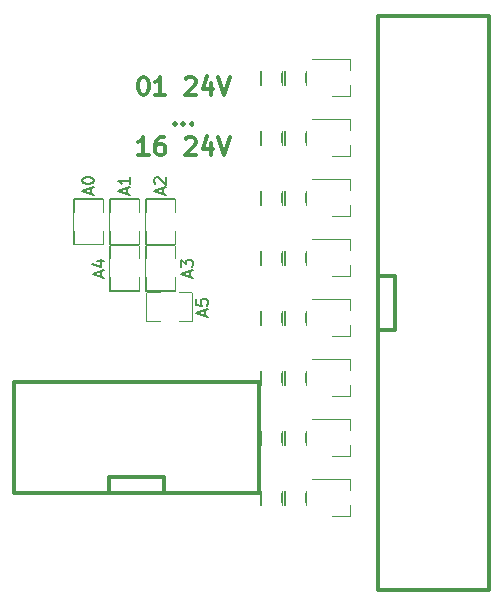
<source format=gto>
G04 #@! TF.FileFunction,Legend,Top*
%FSLAX46Y46*%
G04 Gerber Fmt 4.6, Leading zero omitted, Abs format (unit mm)*
G04 Created by KiCad (PCBNEW 4.0.4-stable) date 12/22/16 08:10:22*
%MOMM*%
%LPD*%
G01*
G04 APERTURE LIST*
%ADD10C,0.100000*%
%ADD11C,0.300000*%
%ADD12C,0.304800*%
%ADD13C,0.299720*%
%ADD14C,0.200000*%
%ADD15C,0.120000*%
%ADD16C,0.150000*%
%ADD17O,2.400000X1.900000*%
%ADD18R,2.400000X1.900000*%
%ADD19O,1.900000X2.400000*%
%ADD20R,1.900000X2.400000*%
%ADD21R,2.400000X1.400000*%
%ADD22R,2.600000X1.600000*%
%ADD23R,1.400000X2.400000*%
%ADD24R,1.600000X2.600000*%
%ADD25R,2.300000X1.200000*%
%ADD26R,1.700000X1.900000*%
%ADD27C,4.700000*%
G04 APERTURE END LIST*
D10*
D11*
X120650430Y-105086571D02*
X120793287Y-105086571D01*
X120936144Y-105158000D01*
X121007573Y-105229429D01*
X121079002Y-105372286D01*
X121150430Y-105658000D01*
X121150430Y-106015143D01*
X121079002Y-106300857D01*
X121007573Y-106443714D01*
X120936144Y-106515143D01*
X120793287Y-106586571D01*
X120650430Y-106586571D01*
X120507573Y-106515143D01*
X120436144Y-106443714D01*
X120364716Y-106300857D01*
X120293287Y-106015143D01*
X120293287Y-105658000D01*
X120364716Y-105372286D01*
X120436144Y-105229429D01*
X120507573Y-105158000D01*
X120650430Y-105086571D01*
X122579001Y-106586571D02*
X121721858Y-106586571D01*
X122150430Y-106586571D02*
X122150430Y-105086571D01*
X122007573Y-105300857D01*
X121864715Y-105443714D01*
X121721858Y-105515143D01*
X124293286Y-105229429D02*
X124364715Y-105158000D01*
X124507572Y-105086571D01*
X124864715Y-105086571D01*
X125007572Y-105158000D01*
X125079001Y-105229429D01*
X125150429Y-105372286D01*
X125150429Y-105515143D01*
X125079001Y-105729429D01*
X124221858Y-106586571D01*
X125150429Y-106586571D01*
X126436143Y-105586571D02*
X126436143Y-106586571D01*
X126079000Y-105015143D02*
X125721857Y-106086571D01*
X126650429Y-106086571D01*
X127007571Y-105086571D02*
X127507571Y-106586571D01*
X128007571Y-105086571D01*
X123364714Y-108993714D02*
X123436142Y-109065143D01*
X123364714Y-109136571D01*
X123293285Y-109065143D01*
X123364714Y-108993714D01*
X123364714Y-109136571D01*
X124079000Y-108993714D02*
X124150428Y-109065143D01*
X124079000Y-109136571D01*
X124007571Y-109065143D01*
X124079000Y-108993714D01*
X124079000Y-109136571D01*
X124793286Y-108993714D02*
X124864714Y-109065143D01*
X124793286Y-109136571D01*
X124721857Y-109065143D01*
X124793286Y-108993714D01*
X124793286Y-109136571D01*
X121150430Y-111686571D02*
X120293287Y-111686571D01*
X120721859Y-111686571D02*
X120721859Y-110186571D01*
X120579002Y-110400857D01*
X120436144Y-110543714D01*
X120293287Y-110615143D01*
X122436144Y-110186571D02*
X122150430Y-110186571D01*
X122007573Y-110258000D01*
X121936144Y-110329429D01*
X121793287Y-110543714D01*
X121721858Y-110829429D01*
X121721858Y-111400857D01*
X121793287Y-111543714D01*
X121864715Y-111615143D01*
X122007573Y-111686571D01*
X122293287Y-111686571D01*
X122436144Y-111615143D01*
X122507573Y-111543714D01*
X122579001Y-111400857D01*
X122579001Y-111043714D01*
X122507573Y-110900857D01*
X122436144Y-110829429D01*
X122293287Y-110758000D01*
X122007573Y-110758000D01*
X121864715Y-110829429D01*
X121793287Y-110900857D01*
X121721858Y-111043714D01*
X124293286Y-110329429D02*
X124364715Y-110258000D01*
X124507572Y-110186571D01*
X124864715Y-110186571D01*
X125007572Y-110258000D01*
X125079001Y-110329429D01*
X125150429Y-110472286D01*
X125150429Y-110615143D01*
X125079001Y-110829429D01*
X124221858Y-111686571D01*
X125150429Y-111686571D01*
X126436143Y-110686571D02*
X126436143Y-111686571D01*
X126079000Y-110115143D02*
X125721857Y-111186571D01*
X126650429Y-111186571D01*
X127007571Y-110186571D02*
X127507571Y-111686571D01*
X128007571Y-110186571D01*
D12*
X140588000Y-99906000D02*
X140588000Y-148506000D01*
X149988000Y-148506000D02*
X149988000Y-99906000D01*
X149988000Y-99906000D02*
X140588000Y-99906000D01*
X149988000Y-148506000D02*
X140588000Y-148506000D01*
D13*
X140588000Y-126506000D02*
X141988000Y-126506000D01*
X141988000Y-126506000D02*
X141988000Y-121906000D01*
X141988000Y-121906000D02*
X140588000Y-121906000D01*
D12*
X109742000Y-140336000D02*
X130542000Y-140336000D01*
X130542000Y-130936000D02*
X109742000Y-130936000D01*
X109742000Y-130936000D02*
X109742000Y-140336000D01*
X130542000Y-130936000D02*
X130542000Y-140336000D01*
D13*
X122442000Y-140336000D02*
X122442000Y-138936000D01*
X122442000Y-138936000D02*
X117842000Y-138936000D01*
X117842000Y-138936000D02*
X117842000Y-140336000D01*
D14*
X114878000Y-119248000D02*
X114878000Y-115448000D01*
X114878000Y-115448000D02*
X117278000Y-115448000D01*
X117278000Y-115448000D02*
X117278000Y-119248000D01*
X117278000Y-119248000D02*
X114878000Y-119248000D01*
X117926000Y-119248000D02*
X117926000Y-115448000D01*
X117926000Y-115448000D02*
X120326000Y-115448000D01*
X120326000Y-115448000D02*
X120326000Y-119248000D01*
X120326000Y-119248000D02*
X117926000Y-119248000D01*
X120974000Y-119248000D02*
X120974000Y-115448000D01*
X120974000Y-115448000D02*
X123374000Y-115448000D01*
X123374000Y-115448000D02*
X123374000Y-119248000D01*
X123374000Y-119248000D02*
X120974000Y-119248000D01*
X123374000Y-119385000D02*
X123374000Y-123185000D01*
X123374000Y-123185000D02*
X120974000Y-123185000D01*
X120974000Y-123185000D02*
X120974000Y-119385000D01*
X120974000Y-119385000D02*
X123374000Y-119385000D01*
X120326000Y-119385000D02*
X120326000Y-123185000D01*
X120326000Y-123185000D02*
X117926000Y-123185000D01*
X117926000Y-123185000D02*
X117926000Y-119385000D01*
X117926000Y-119385000D02*
X120326000Y-119385000D01*
X121036000Y-123387000D02*
X124836000Y-123387000D01*
X124836000Y-123387000D02*
X124836000Y-125787000D01*
X124836000Y-125787000D02*
X121036000Y-125787000D01*
X121036000Y-125787000D02*
X121036000Y-123387000D01*
D15*
X138174000Y-106736000D02*
X138174000Y-105806000D01*
X138174000Y-103576000D02*
X138174000Y-104506000D01*
X138174000Y-103576000D02*
X135014000Y-103576000D01*
X138174000Y-106736000D02*
X136714000Y-106736000D01*
X138174000Y-111816000D02*
X138174000Y-110886000D01*
X138174000Y-108656000D02*
X138174000Y-109586000D01*
X138174000Y-108656000D02*
X135014000Y-108656000D01*
X138174000Y-111816000D02*
X136714000Y-111816000D01*
X138174000Y-116896000D02*
X138174000Y-115966000D01*
X138174000Y-113736000D02*
X138174000Y-114666000D01*
X138174000Y-113736000D02*
X135014000Y-113736000D01*
X138174000Y-116896000D02*
X136714000Y-116896000D01*
X138174000Y-121976000D02*
X138174000Y-121046000D01*
X138174000Y-118816000D02*
X138174000Y-119746000D01*
X138174000Y-118816000D02*
X135014000Y-118816000D01*
X138174000Y-121976000D02*
X136714000Y-121976000D01*
X138174000Y-127056000D02*
X138174000Y-126126000D01*
X138174000Y-123896000D02*
X138174000Y-124826000D01*
X138174000Y-123896000D02*
X135014000Y-123896000D01*
X138174000Y-127056000D02*
X136714000Y-127056000D01*
X138174000Y-132136000D02*
X138174000Y-131206000D01*
X138174000Y-128976000D02*
X138174000Y-129906000D01*
X138174000Y-128976000D02*
X135014000Y-128976000D01*
X138174000Y-132136000D02*
X136714000Y-132136000D01*
X138174000Y-137216000D02*
X138174000Y-136286000D01*
X138174000Y-134056000D02*
X138174000Y-134986000D01*
X138174000Y-134056000D02*
X135014000Y-134056000D01*
X138174000Y-137216000D02*
X136714000Y-137216000D01*
X138174000Y-142296000D02*
X138174000Y-141366000D01*
X138174000Y-139136000D02*
X138174000Y-140066000D01*
X138174000Y-139136000D02*
X135014000Y-139136000D01*
X138174000Y-142296000D02*
X136714000Y-142296000D01*
D16*
X130697000Y-105756000D02*
X130697000Y-104556000D01*
X132447000Y-104556000D02*
X132447000Y-105756000D01*
X132729000Y-105756000D02*
X132729000Y-104556000D01*
X134479000Y-104556000D02*
X134479000Y-105756000D01*
X130697000Y-110836000D02*
X130697000Y-109636000D01*
X132447000Y-109636000D02*
X132447000Y-110836000D01*
X132729000Y-110836000D02*
X132729000Y-109636000D01*
X134479000Y-109636000D02*
X134479000Y-110836000D01*
X130697000Y-115916000D02*
X130697000Y-114716000D01*
X132447000Y-114716000D02*
X132447000Y-115916000D01*
X132729000Y-115916000D02*
X132729000Y-114716000D01*
X134479000Y-114716000D02*
X134479000Y-115916000D01*
X130697000Y-120996000D02*
X130697000Y-119796000D01*
X132447000Y-119796000D02*
X132447000Y-120996000D01*
X132729000Y-120996000D02*
X132729000Y-119796000D01*
X134479000Y-119796000D02*
X134479000Y-120996000D01*
X130697000Y-126076000D02*
X130697000Y-124876000D01*
X132447000Y-124876000D02*
X132447000Y-126076000D01*
X132729000Y-126076000D02*
X132729000Y-124876000D01*
X134479000Y-124876000D02*
X134479000Y-126076000D01*
X130697000Y-131156000D02*
X130697000Y-129956000D01*
X132447000Y-129956000D02*
X132447000Y-131156000D01*
X132729000Y-131156000D02*
X132729000Y-129956000D01*
X134479000Y-129956000D02*
X134479000Y-131156000D01*
X130697000Y-136236000D02*
X130697000Y-135036000D01*
X132447000Y-135036000D02*
X132447000Y-136236000D01*
X132729000Y-136236000D02*
X132729000Y-135036000D01*
X134479000Y-135036000D02*
X134479000Y-136236000D01*
X130697000Y-141316000D02*
X130697000Y-140116000D01*
X132447000Y-140116000D02*
X132447000Y-141316000D01*
X132729000Y-141316000D02*
X132729000Y-140116000D01*
X134479000Y-140116000D02*
X134479000Y-141316000D01*
D14*
X116244667Y-115014286D02*
X116244667Y-114538095D01*
X116530381Y-115109524D02*
X115530381Y-114776191D01*
X116530381Y-114442857D01*
X115530381Y-113919048D02*
X115530381Y-113823809D01*
X115578000Y-113728571D01*
X115625619Y-113680952D01*
X115720857Y-113633333D01*
X115911333Y-113585714D01*
X116149429Y-113585714D01*
X116339905Y-113633333D01*
X116435143Y-113680952D01*
X116482762Y-113728571D01*
X116530381Y-113823809D01*
X116530381Y-113919048D01*
X116482762Y-114014286D01*
X116435143Y-114061905D01*
X116339905Y-114109524D01*
X116149429Y-114157143D01*
X115911333Y-114157143D01*
X115720857Y-114109524D01*
X115625619Y-114061905D01*
X115578000Y-114014286D01*
X115530381Y-113919048D01*
X119292667Y-115014286D02*
X119292667Y-114538095D01*
X119578381Y-115109524D02*
X118578381Y-114776191D01*
X119578381Y-114442857D01*
X119578381Y-113585714D02*
X119578381Y-114157143D01*
X119578381Y-113871429D02*
X118578381Y-113871429D01*
X118721238Y-113966667D01*
X118816476Y-114061905D01*
X118864095Y-114157143D01*
X122340667Y-115014286D02*
X122340667Y-114538095D01*
X122626381Y-115109524D02*
X121626381Y-114776191D01*
X122626381Y-114442857D01*
X121721619Y-114157143D02*
X121674000Y-114109524D01*
X121626381Y-114014286D01*
X121626381Y-113776190D01*
X121674000Y-113680952D01*
X121721619Y-113633333D01*
X121816857Y-113585714D01*
X121912095Y-113585714D01*
X122054952Y-113633333D01*
X122626381Y-114204762D01*
X122626381Y-113585714D01*
X124626667Y-121999286D02*
X124626667Y-121523095D01*
X124912381Y-122094524D02*
X123912381Y-121761191D01*
X124912381Y-121427857D01*
X123912381Y-121189762D02*
X123912381Y-120570714D01*
X124293333Y-120904048D01*
X124293333Y-120761190D01*
X124340952Y-120665952D01*
X124388571Y-120618333D01*
X124483810Y-120570714D01*
X124721905Y-120570714D01*
X124817143Y-120618333D01*
X124864762Y-120665952D01*
X124912381Y-120761190D01*
X124912381Y-121046905D01*
X124864762Y-121142143D01*
X124817143Y-121189762D01*
X117133667Y-121999286D02*
X117133667Y-121523095D01*
X117419381Y-122094524D02*
X116419381Y-121761191D01*
X117419381Y-121427857D01*
X116752714Y-120665952D02*
X117419381Y-120665952D01*
X116371762Y-120904048D02*
X117086048Y-121142143D01*
X117086048Y-120523095D01*
X125896667Y-125301286D02*
X125896667Y-124825095D01*
X126182381Y-125396524D02*
X125182381Y-125063191D01*
X126182381Y-124729857D01*
X125182381Y-123920333D02*
X125182381Y-124396524D01*
X125658571Y-124444143D01*
X125610952Y-124396524D01*
X125563333Y-124301286D01*
X125563333Y-124063190D01*
X125610952Y-123967952D01*
X125658571Y-123920333D01*
X125753810Y-123872714D01*
X125991905Y-123872714D01*
X126087143Y-123920333D01*
X126134762Y-123967952D01*
X126182381Y-124063190D01*
X126182381Y-124301286D01*
X126134762Y-124396524D01*
X126087143Y-124444143D01*
%LPC*%
D17*
X143768000Y-143256000D03*
X146808000Y-143256000D03*
X143768000Y-138176000D03*
X146808000Y-138176000D03*
X146808000Y-140716000D03*
X143768000Y-140716000D03*
X143768000Y-135636000D03*
X146808000Y-135636000D03*
X146808000Y-133096000D03*
X143768000Y-133096000D03*
X143768000Y-130556000D03*
X146808000Y-130556000D03*
X146808000Y-128016000D03*
X143768000Y-128016000D03*
X143768000Y-125476000D03*
X146808000Y-125476000D03*
X146808000Y-122936000D03*
X143768000Y-122936000D03*
X143768000Y-120396000D03*
X146808000Y-120396000D03*
X146808000Y-117856000D03*
X143768000Y-117856000D03*
X143768000Y-115316000D03*
X146808000Y-115316000D03*
X146808000Y-112776000D03*
X143768000Y-112776000D03*
D18*
X143768000Y-105156000D03*
D17*
X146808000Y-105156000D03*
X143768000Y-107696000D03*
X146808000Y-107696000D03*
X143768000Y-110236000D03*
X146808000Y-110236000D03*
D19*
X125222000Y-137156000D03*
X125222000Y-134116000D03*
X122682000Y-134116000D03*
X122682000Y-137156000D03*
D20*
X115062000Y-137156000D03*
D19*
X115062000Y-134116000D03*
X117602000Y-137156000D03*
X117602000Y-134116000D03*
X120142000Y-137156000D03*
X120142000Y-134116000D03*
D21*
X116078000Y-118548000D03*
D22*
X116078000Y-117348000D03*
D21*
X116078000Y-116148000D03*
X119126000Y-118548000D03*
D22*
X119126000Y-117348000D03*
D21*
X119126000Y-116148000D03*
X122174000Y-118548000D03*
D22*
X122174000Y-117348000D03*
D21*
X122174000Y-116148000D03*
X122174000Y-120085000D03*
D22*
X122174000Y-121285000D03*
D21*
X122174000Y-122485000D03*
X119126000Y-120085000D03*
D22*
X119126000Y-121285000D03*
D21*
X119126000Y-122485000D03*
D23*
X121736000Y-124587000D03*
D24*
X122936000Y-124587000D03*
D23*
X124136000Y-124587000D03*
D25*
X135914000Y-104206000D03*
X135914000Y-106106000D03*
X138914000Y-105156000D03*
X135914000Y-109286000D03*
X135914000Y-111186000D03*
X138914000Y-110236000D03*
X135914000Y-114366000D03*
X135914000Y-116266000D03*
X138914000Y-115316000D03*
X135914000Y-119446000D03*
X135914000Y-121346000D03*
X138914000Y-120396000D03*
X135914000Y-124526000D03*
X135914000Y-126426000D03*
X138914000Y-125476000D03*
X135914000Y-129606000D03*
X135914000Y-131506000D03*
X138914000Y-130556000D03*
X135914000Y-134686000D03*
X135914000Y-136586000D03*
X138914000Y-135636000D03*
X135914000Y-139766000D03*
X135914000Y-141666000D03*
X138914000Y-140716000D03*
D26*
X131572000Y-103806000D03*
X131572000Y-106506000D03*
X133604000Y-103806000D03*
X133604000Y-106506000D03*
X131572000Y-108886000D03*
X131572000Y-111586000D03*
X133604000Y-108886000D03*
X133604000Y-111586000D03*
X131572000Y-113966000D03*
X131572000Y-116666000D03*
X133604000Y-113966000D03*
X133604000Y-116666000D03*
X131572000Y-119046000D03*
X131572000Y-121746000D03*
X133604000Y-119046000D03*
X133604000Y-121746000D03*
X131572000Y-124126000D03*
X131572000Y-126826000D03*
X133604000Y-124126000D03*
X133604000Y-126826000D03*
X131572000Y-129206000D03*
X131572000Y-131906000D03*
X133604000Y-129206000D03*
X133604000Y-131906000D03*
X131572000Y-134286000D03*
X131572000Y-136986000D03*
X133604000Y-134286000D03*
X133604000Y-136986000D03*
X131572000Y-139366000D03*
X131572000Y-142066000D03*
X133604000Y-139366000D03*
X133604000Y-142066000D03*
D27*
X114046000Y-144526000D03*
X114046000Y-103632000D03*
M02*

</source>
